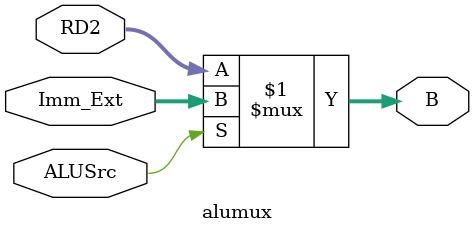
<source format=v>
module alumux(RD2,Imm_Ext,ALUSrc,B);
input [31:0] RD2,Imm_Ext;
input ALUSrc;
output [31:0]B;

assign B = (ALUSrc)?Imm_Ext : RD2;
endmodule

</source>
